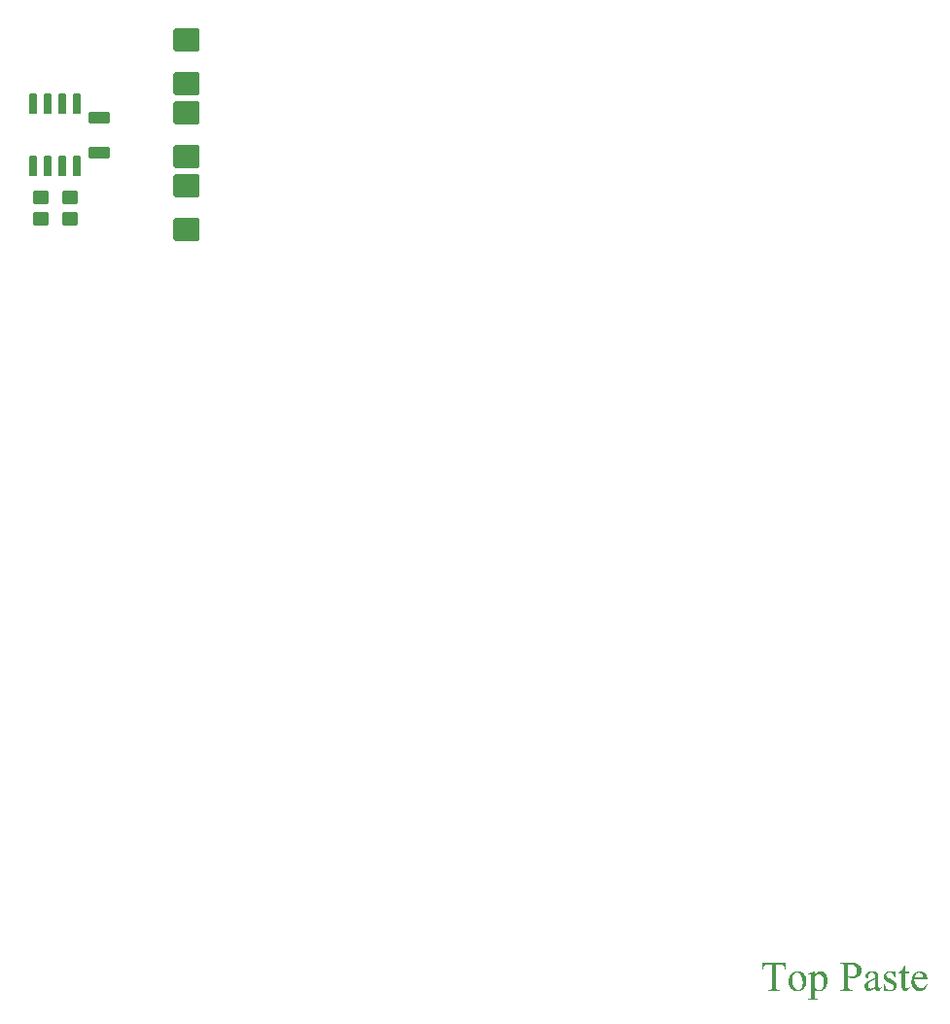
<source format=gbr>
%TF.GenerationSoftware,Altium Limited,Altium Designer,21.3.0 (21)*%
G04 Layer_Color=8421504*
%FSLAX45Y45*%
%MOMM*%
%TF.SameCoordinates,798F48EE-B9F3-42F3-8741-5E889E50E555*%
%TF.FilePolarity,Positive*%
%TF.FileFunction,Paste,Top*%
%TF.Part,Single*%
G01*
G75*
%TA.AperFunction,SMDPad,CuDef*%
G04:AMPARAMS|DCode=10|XSize=0.6mm|YSize=1.778mm|CornerRadius=0.06mm|HoleSize=0mm|Usage=FLASHONLY|Rotation=180.000|XOffset=0mm|YOffset=0mm|HoleType=Round|Shape=RoundedRectangle|*
%AMROUNDEDRECTD10*
21,1,0.60000,1.65800,0,0,180.0*
21,1,0.48000,1.77800,0,0,180.0*
1,1,0.12000,-0.24000,0.82900*
1,1,0.12000,0.24000,0.82900*
1,1,0.12000,0.24000,-0.82900*
1,1,0.12000,-0.24000,-0.82900*
%
%ADD10ROUNDEDRECTD10*%
G04:AMPARAMS|DCode=11|XSize=2.286mm|YSize=2.032mm|CornerRadius=0.2032mm|HoleSize=0mm|Usage=FLASHONLY|Rotation=0.000|XOffset=0mm|YOffset=0mm|HoleType=Round|Shape=RoundedRectangle|*
%AMROUNDEDRECTD11*
21,1,2.28600,1.62560,0,0,0.0*
21,1,1.87960,2.03200,0,0,0.0*
1,1,0.40640,0.93980,-0.81280*
1,1,0.40640,-0.93980,-0.81280*
1,1,0.40640,-0.93980,0.81280*
1,1,0.40640,0.93980,0.81280*
%
%ADD11ROUNDEDRECTD11*%
G04:AMPARAMS|DCode=12|XSize=1.8mm|YSize=1.1mm|CornerRadius=0.11mm|HoleSize=0mm|Usage=FLASHONLY|Rotation=0.000|XOffset=0mm|YOffset=0mm|HoleType=Round|Shape=RoundedRectangle|*
%AMROUNDEDRECTD12*
21,1,1.80000,0.88000,0,0,0.0*
21,1,1.58000,1.10000,0,0,0.0*
1,1,0.22000,0.79000,-0.44000*
1,1,0.22000,-0.79000,-0.44000*
1,1,0.22000,-0.79000,0.44000*
1,1,0.22000,0.79000,0.44000*
%
%ADD12ROUNDEDRECTD12*%
G04:AMPARAMS|DCode=13|XSize=1.4mm|YSize=1.2mm|CornerRadius=0.12mm|HoleSize=0mm|Usage=FLASHONLY|Rotation=0.000|XOffset=0mm|YOffset=0mm|HoleType=Round|Shape=RoundedRectangle|*
%AMROUNDEDRECTD13*
21,1,1.40000,0.96000,0,0,0.0*
21,1,1.16000,1.20000,0,0,0.0*
1,1,0.24000,0.58000,-0.48000*
1,1,0.24000,-0.58000,-0.48000*
1,1,0.24000,-0.58000,0.48000*
1,1,0.24000,0.58000,0.48000*
%
%ADD13ROUNDEDRECTD13*%
G36*
X30175827Y12549606D02*
X30168716D01*
Y12549945D01*
Y12550283D01*
X30168378Y12551976D01*
X30168039Y12554685D01*
X30167361Y12558071D01*
X30166006Y12565181D01*
X30164993Y12568567D01*
X30163638Y12571275D01*
X30163300Y12571614D01*
X30162622Y12572968D01*
X30161267Y12574661D01*
X30159573Y12577031D01*
X30157544Y12579401D01*
X30154834Y12582110D01*
X30152127Y12584480D01*
X30148740Y12586512D01*
X30148401Y12586850D01*
X30147046Y12587189D01*
X30145016Y12588204D01*
X30142307Y12589220D01*
X30138922Y12589897D01*
X30134518Y12590913D01*
X30129779Y12591252D01*
X30124362Y12591590D01*
X30090503D01*
Y12405709D01*
Y12405370D01*
Y12404693D01*
Y12403677D01*
Y12401984D01*
X30090842Y12398260D01*
X30091180Y12393858D01*
X30091519Y12389118D01*
X30092535Y12384717D01*
X30093552Y12380654D01*
X30094568Y12379299D01*
X30095245Y12377945D01*
X30095581Y12377606D01*
X30096597Y12376929D01*
X30098291Y12375575D01*
X30100323Y12374221D01*
X30103369Y12372866D01*
X30107095Y12371512D01*
X30111157Y12370835D01*
X30116235Y12370496D01*
X30124701D01*
Y12363725D01*
X30021094D01*
Y12370496D01*
X30032269D01*
X30034976Y12370835D01*
X30038361Y12371512D01*
X30041748Y12372866D01*
X30045471Y12374221D01*
X30048859Y12376591D01*
X30051904Y12379638D01*
X30052243Y12379977D01*
X30052582Y12380992D01*
X30053259Y12382685D01*
X30053937Y12385055D01*
X30054614Y12388441D01*
X30055292Y12393181D01*
X30055969Y12398599D01*
Y12401984D01*
Y12405709D01*
Y12591590D01*
X30020755D01*
X30017032Y12591252D01*
X30009244Y12590575D01*
X30005521Y12589897D01*
X30002472Y12588882D01*
X30002133D01*
X30000778Y12588204D01*
X29999088Y12587189D01*
X29997055Y12585834D01*
X29994345Y12584141D01*
X29991638Y12581771D01*
X29988928Y12579063D01*
X29986221Y12575677D01*
X29985883Y12575338D01*
X29985205Y12573984D01*
X29984189Y12571953D01*
X29982834Y12568905D01*
X29981479Y12565181D01*
X29980466Y12560779D01*
X29979449Y12555362D01*
X29978772Y12549606D01*
X29972000D01*
X29974371Y12606826D01*
X30173456D01*
X30175827Y12549606D01*
D02*
G37*
G36*
X31128595Y12476811D02*
X31122839D01*
Y12477150D01*
X31122501Y12477827D01*
X31122162Y12479181D01*
X31121487Y12481213D01*
X31120810Y12483244D01*
X31120132Y12485614D01*
X31118100Y12491031D01*
X31115390Y12497126D01*
X31112344Y12502882D01*
X31108621Y12507961D01*
X31106927Y12510331D01*
X31104895Y12512362D01*
X31104556Y12512701D01*
X31102863Y12514055D01*
X31100833Y12515409D01*
X31097446Y12517441D01*
X31093723Y12519134D01*
X31088983Y12520827D01*
X31083902Y12521842D01*
X31077808Y12522181D01*
X31075778D01*
X31073407Y12521842D01*
X31070361Y12521504D01*
X31066974Y12520488D01*
X31063589Y12519472D01*
X31060202Y12517779D01*
X31057156Y12515409D01*
X31056818Y12515071D01*
X31056140Y12514394D01*
X31054785Y12512701D01*
X31053430Y12511008D01*
X31052078Y12508976D01*
X31050723Y12506268D01*
X31050046Y12503559D01*
X31049707Y12500512D01*
Y12500173D01*
Y12498819D01*
X31050046Y12497126D01*
X31050385Y12494756D01*
X31051062Y12492047D01*
X31052078Y12489338D01*
X31053430Y12486291D01*
X31055463Y12483583D01*
X31055801Y12483244D01*
X31056479Y12482228D01*
X31058170Y12480874D01*
X31060202Y12478842D01*
X31063251Y12476472D01*
X31067313Y12473764D01*
X31072391Y12470716D01*
X31078146Y12467669D01*
X31104218Y12455142D01*
X31104556Y12454803D01*
X31105911Y12454465D01*
X31107605Y12453449D01*
X31109973Y12451756D01*
X31112683Y12450063D01*
X31115729Y12448031D01*
X31119116Y12445323D01*
X31122501Y12442614D01*
X31129272Y12435843D01*
X31132321Y12432118D01*
X31135028Y12427717D01*
X31137399Y12423315D01*
X31139093Y12418575D01*
X31140445Y12413835D01*
X31140784Y12408417D01*
Y12408079D01*
Y12407402D01*
Y12406386D01*
X31140445Y12404693D01*
X31140109Y12402662D01*
X31139771Y12400630D01*
X31138754Y12395551D01*
X31136722Y12389795D01*
X31133676Y12383701D01*
X31131644Y12380654D01*
X31129272Y12377606D01*
X31126566Y12374898D01*
X31123517Y12372189D01*
X31123178D01*
X31122839Y12371512D01*
X31121823Y12370835D01*
X31120471Y12370158D01*
X31117084Y12367788D01*
X31112344Y12365417D01*
X31106927Y12363047D01*
X31100494Y12360677D01*
X31093384Y12359323D01*
X31085596Y12358646D01*
X31082889D01*
X31079840Y12358984D01*
X31075778Y12359323D01*
X31070700Y12360000D01*
X31064603Y12360677D01*
X31058170Y12362032D01*
X31051062Y12363725D01*
X31050723D01*
X31050046Y12364063D01*
X31049030Y12364402D01*
X31047675Y12364740D01*
X31044629Y12365079D01*
X31041580Y12365417D01*
X31040903D01*
X31039209Y12364740D01*
X31037180Y12363725D01*
X31036163Y12362370D01*
X31035147Y12361016D01*
X31029391D01*
Y12419591D01*
X31035147D01*
Y12419252D01*
X31035486Y12418575D01*
X31035825Y12417221D01*
X31036163Y12415528D01*
X31036841Y12413496D01*
X31037518Y12411126D01*
X31039209Y12405370D01*
X31041919Y12399276D01*
X31045306Y12393181D01*
X31049368Y12387087D01*
X31054108Y12381669D01*
X31054785Y12380992D01*
X31056479Y12379638D01*
X31059525Y12377606D01*
X31063589Y12375575D01*
X31068329Y12373205D01*
X31073746Y12371173D01*
X31079840Y12369819D01*
X31086273Y12369142D01*
X31088306D01*
X31090674Y12369480D01*
X31093384Y12370158D01*
X31096432Y12370835D01*
X31099817Y12372189D01*
X31103201Y12373882D01*
X31106250Y12376252D01*
X31106589Y12376591D01*
X31107605Y12377606D01*
X31108957Y12378961D01*
X31110312Y12380992D01*
X31111667Y12383701D01*
X31113022Y12386748D01*
X31114038Y12390134D01*
X31114377Y12393858D01*
Y12394536D01*
Y12395890D01*
X31114038Y12398260D01*
X31113361Y12400969D01*
X31112344Y12404354D01*
X31110651Y12407740D01*
X31108621Y12411126D01*
X31105573Y12414512D01*
X31105234Y12414850D01*
X31103879Y12416205D01*
X31101511Y12417898D01*
X31097784Y12420268D01*
X31093045Y12423315D01*
X31090335Y12425346D01*
X31087289Y12427039D01*
X31083566Y12429071D01*
X31079840Y12431102D01*
X31075439Y12433472D01*
X31070700Y12435843D01*
X31070361D01*
X31069684Y12436520D01*
X31068329Y12437197D01*
X31066635Y12437874D01*
X31064267Y12439228D01*
X31061896Y12440583D01*
X31056818Y12443630D01*
X31051062Y12447354D01*
X31045306Y12451079D01*
X31040225Y12455142D01*
X31038196Y12457173D01*
X31036502Y12459205D01*
X31036163Y12459543D01*
X31035147Y12460898D01*
X31034131Y12463268D01*
X31032776Y12466315D01*
X31031085Y12470039D01*
X31030069Y12474441D01*
X31029053Y12479520D01*
X31028714Y12484937D01*
Y12485276D01*
Y12485953D01*
Y12486968D01*
X31029053Y12488323D01*
X31029391Y12492047D01*
X31030408Y12496787D01*
X31032101Y12502205D01*
X31034470Y12507961D01*
X31037857Y12513378D01*
X31042596Y12518795D01*
X31043274Y12519472D01*
X31044965Y12520827D01*
X31048013Y12523197D01*
X31052414Y12525905D01*
X31057495Y12528275D01*
X31063589Y12530645D01*
X31070700Y12532000D01*
X31078485Y12532677D01*
X31080179D01*
X31082211Y12532338D01*
X31085257Y12532000D01*
X31088644Y12531661D01*
X31092706Y12530984D01*
X31097107Y12529630D01*
X31102188Y12528275D01*
X31102524D01*
X31103540Y12527937D01*
X31105234Y12527598D01*
X31107266Y12527260D01*
X31111328Y12526244D01*
X31113022Y12525905D01*
X31116068D01*
X31117422Y12526244D01*
X31118777Y12526921D01*
X31119116Y12527260D01*
X31119794Y12528275D01*
X31121146Y12529968D01*
X31122839Y12532677D01*
X31128595D01*
Y12476811D01*
D02*
G37*
G36*
X30481903Y12532338D02*
X30483936Y12532000D01*
X30486646Y12531661D01*
X30492401Y12530307D01*
X30498834Y12527937D01*
X30502219Y12526244D01*
X30505606Y12524551D01*
X30509329Y12522181D01*
X30512714Y12519472D01*
X30516101Y12516425D01*
X30519150Y12513039D01*
X30519489Y12512701D01*
X30520163Y12512023D01*
X30521179Y12510669D01*
X30522195Y12508638D01*
X30523889Y12506268D01*
X30525583Y12503559D01*
X30527274Y12500173D01*
X30529306Y12496449D01*
X30531339Y12492386D01*
X30533029Y12487646D01*
X30534723Y12482567D01*
X30536417Y12477150D01*
X30537433Y12471055D01*
X30538449Y12464961D01*
X30539124Y12458528D01*
X30539462Y12451417D01*
Y12451079D01*
Y12449724D01*
Y12447354D01*
X30539124Y12444307D01*
X30538785Y12440921D01*
X30538110Y12436520D01*
X30537433Y12431780D01*
X30536417Y12426701D01*
X30535062Y12421284D01*
X30533368Y12415866D01*
X30531339Y12409772D01*
X30528967Y12404016D01*
X30526260Y12398260D01*
X30522873Y12392165D01*
X30519150Y12386748D01*
X30514746Y12381331D01*
X30514407Y12380992D01*
X30513730Y12380315D01*
X30512714Y12379299D01*
X30511023Y12377945D01*
X30509329Y12375914D01*
X30506961Y12374221D01*
X30503912Y12372189D01*
X30500864Y12370158D01*
X30497479Y12367788D01*
X30493756Y12365756D01*
X30484952Y12362370D01*
X30480212Y12360677D01*
X30475134Y12359662D01*
X30470053Y12358984D01*
X30464297Y12358646D01*
X30461929D01*
X30459558Y12358984D01*
X30456512Y12359323D01*
X30452786Y12359662D01*
X30449063Y12360339D01*
X30444998Y12361355D01*
X30441275Y12362709D01*
X30440936D01*
X30439920Y12363386D01*
X30438565Y12364063D01*
X30436536Y12365079D01*
X30434164Y12366433D01*
X30431458Y12368126D01*
X30428748Y12370496D01*
X30425360Y12373205D01*
Y12323095D01*
Y12322756D01*
Y12322418D01*
Y12320386D01*
Y12317677D01*
X30425699Y12314292D01*
Y12310567D01*
X30426376Y12307181D01*
X30426715Y12304134D01*
X30427393Y12301764D01*
Y12301425D01*
X30427731Y12301087D01*
X30429086Y12299055D01*
X30431116Y12296685D01*
X30434503Y12294315D01*
X30434842D01*
X30435519Y12293977D01*
X30436874Y12293638D01*
X30438904Y12292961D01*
X30441275Y12292622D01*
X30444659Y12291945D01*
X30448386Y12291607D01*
X30453125D01*
Y12285174D01*
X30367126D01*
Y12291607D01*
X30373221D01*
X30374911Y12291945D01*
X30377283Y12292284D01*
X30382700Y12293300D01*
X30385410Y12294315D01*
X30388116Y12295670D01*
X30388794Y12296008D01*
X30390149Y12297024D01*
X30391843Y12299055D01*
X30393536Y12301764D01*
Y12302103D01*
X30393872Y12302780D01*
X30394211Y12304134D01*
X30394550Y12306166D01*
X30394888Y12309213D01*
X30395227Y12312937D01*
X30395566Y12318016D01*
Y12324110D01*
Y12479858D01*
Y12480197D01*
Y12480535D01*
Y12482567D01*
Y12485276D01*
X30395227Y12488323D01*
Y12491709D01*
X30394888Y12495094D01*
X30394550Y12497803D01*
X30393872Y12499835D01*
Y12500173D01*
X30393536Y12500512D01*
X30392856Y12502205D01*
X30391165Y12504575D01*
X30389133Y12506268D01*
X30388455Y12506606D01*
X30387103Y12507622D01*
X30384393Y12508299D01*
X30380667Y12508638D01*
X30378976D01*
X30377960Y12508299D01*
X30374234Y12507622D01*
X30369833Y12506268D01*
X30367801Y12512023D01*
X30418250Y12532000D01*
X30425360D01*
Y12494079D01*
X30426038Y12494756D01*
X30426715Y12495772D01*
X30427393Y12497126D01*
X30430099Y12500850D01*
X30433148Y12505590D01*
X30437213Y12510331D01*
X30441275Y12515409D01*
X30446014Y12520149D01*
X30450754Y12523874D01*
X30451431Y12524212D01*
X30453125Y12525228D01*
X30455496Y12526583D01*
X30458881Y12528275D01*
X30462943Y12529968D01*
X30467685Y12531323D01*
X30472763Y12532338D01*
X30477841Y12532677D01*
X30480212D01*
X30481903Y12532338D01*
D02*
G37*
G36*
X30747015Y12606488D02*
X30750061D01*
X30753787Y12606149D01*
X30757510D01*
X30765637Y12605134D01*
X30774100Y12604118D01*
X30782565Y12602425D01*
X30790015Y12600055D01*
X30790353D01*
X30791031Y12599716D01*
X30791708Y12599378D01*
X30793060Y12598700D01*
X30796786Y12597008D01*
X30801187Y12594637D01*
X30806265Y12591590D01*
X30811346Y12587527D01*
X30816763Y12582787D01*
X30821841Y12577370D01*
Y12577031D01*
X30822519Y12576693D01*
X30823196Y12575677D01*
X30823871Y12574661D01*
X30825903Y12571275D01*
X30828613Y12566535D01*
X30830984Y12561118D01*
X30833014Y12554685D01*
X30834369Y12547575D01*
X30835046Y12539449D01*
Y12539110D01*
Y12538094D01*
Y12536740D01*
X30834708Y12534370D01*
X30834369Y12532000D01*
X30834030Y12528953D01*
X30832675Y12522181D01*
X30830304Y12514394D01*
X30828613Y12510669D01*
X30826920Y12506606D01*
X30824548Y12502543D01*
X30821841Y12498480D01*
X30818793Y12494756D01*
X30815408Y12491031D01*
X30815070Y12490693D01*
X30814392Y12490354D01*
X30813376Y12489338D01*
X30811682Y12488323D01*
X30809653Y12486968D01*
X30807281Y12485276D01*
X30804572Y12483583D01*
X30801187Y12481890D01*
X30797464Y12480197D01*
X30793399Y12478504D01*
X30788660Y12477150D01*
X30783582Y12475457D01*
X30778503Y12474441D01*
X30772745Y12473425D01*
X30766312Y12473087D01*
X30759879Y12472748D01*
X30754123D01*
X30751416Y12473087D01*
X30748029D01*
X30740921Y12473764D01*
X30740582D01*
X30739227Y12474102D01*
X30737195Y12474441D01*
X30734488Y12474779D01*
X30731100Y12475118D01*
X30727377Y12475795D01*
X30719250Y12477488D01*
Y12406724D01*
Y12406386D01*
Y12405709D01*
Y12404693D01*
Y12403000D01*
X30719589Y12399276D01*
X30719928Y12394536D01*
X30720267Y12389795D01*
X30721283Y12385055D01*
X30722299Y12380992D01*
X30723312Y12379638D01*
X30723990Y12378284D01*
X30724329Y12377945D01*
X30725345Y12376929D01*
X30727039Y12375914D01*
X30729068Y12374559D01*
X30732117Y12372866D01*
X30735501Y12371851D01*
X30739905Y12370835D01*
X30744644Y12370496D01*
X30754123D01*
Y12363725D01*
X30649841D01*
Y12370496D01*
X30661353D01*
X30664062Y12371173D01*
X30667447Y12371851D01*
X30671173Y12372866D01*
X30674557Y12374559D01*
X30677942Y12376929D01*
X30680991Y12380315D01*
X30681329Y12380654D01*
X30681668Y12381669D01*
X30682346Y12383024D01*
X30683023Y12385732D01*
X30683698Y12389118D01*
X30684039Y12393858D01*
X30684714Y12399614D01*
Y12403000D01*
Y12406724D01*
Y12563827D01*
Y12564165D01*
Y12564842D01*
Y12565858D01*
Y12567551D01*
X30684378Y12571275D01*
X30684039Y12576015D01*
X30683362Y12580756D01*
X30682684Y12585157D01*
X30681329Y12589220D01*
X30680652Y12590575D01*
X30679636Y12591929D01*
X30679297Y12592267D01*
X30678281Y12593283D01*
X30676590Y12594637D01*
X30674557Y12595992D01*
X30671509Y12597346D01*
X30667786Y12598700D01*
X30663724Y12599716D01*
X30658984Y12600055D01*
X30649841D01*
Y12606826D01*
X30744305D01*
X30747015Y12606488D01*
D02*
G37*
G36*
X31212903Y12527937D02*
X31251163D01*
Y12515748D01*
X31212903Y12515409D01*
Y12408756D01*
Y12408417D01*
Y12408079D01*
Y12406047D01*
X31213242Y12403339D01*
X31213580Y12399953D01*
X31213919Y12396228D01*
X31214935Y12392843D01*
X31215948Y12389457D01*
X31217307Y12387087D01*
X31217642Y12386748D01*
X31217981Y12386410D01*
X31218997Y12385394D01*
X31220352Y12384378D01*
X31224075Y12382685D01*
X31226447Y12382008D01*
X31228815Y12381669D01*
X31229831D01*
X31231186Y12382008D01*
X31232541D01*
X31236264Y12383024D01*
X31240329Y12385055D01*
X31240668Y12385394D01*
X31241345Y12385732D01*
X31242361Y12386748D01*
X31243713Y12387764D01*
X31245068Y12389457D01*
X31246423Y12391488D01*
X31247778Y12393520D01*
X31249130Y12396228D01*
X31256241D01*
Y12395890D01*
X31255902Y12395551D01*
X31255225Y12393520D01*
X31253534Y12390134D01*
X31251501Y12386410D01*
X31249130Y12382008D01*
X31246085Y12377606D01*
X31242361Y12373543D01*
X31238297Y12369819D01*
X31237958Y12369480D01*
X31236264Y12368465D01*
X31233896Y12367110D01*
X31231186Y12365417D01*
X31227463Y12363725D01*
X31223398Y12362370D01*
X31218997Y12361355D01*
X31214597Y12361016D01*
X31213242D01*
X31211548Y12361355D01*
X31209518Y12361693D01*
X31207147Y12362032D01*
X31204437Y12363047D01*
X31201392Y12364063D01*
X31198343Y12365417D01*
X31198004Y12365756D01*
X31196991Y12366433D01*
X31195636Y12367449D01*
X31193942Y12368803D01*
X31192249Y12370835D01*
X31190219Y12372866D01*
X31188525Y12375575D01*
X31186832Y12378622D01*
Y12378961D01*
X31186154Y12380315D01*
X31185815Y12382347D01*
X31185138Y12385055D01*
X31184464Y12388780D01*
X31183786Y12393181D01*
X31183447Y12398599D01*
X31183109Y12405032D01*
Y12515748D01*
X31157037D01*
Y12521165D01*
X31157376Y12521504D01*
X31158731Y12521842D01*
X31160760Y12522858D01*
X31163132Y12524212D01*
X31166180Y12526244D01*
X31169565Y12528614D01*
X31173288Y12531323D01*
X31177014Y12534370D01*
X31177353Y12534708D01*
X31178705Y12536063D01*
X31180737Y12538094D01*
X31183447Y12540803D01*
X31186154Y12543850D01*
X31189203Y12547913D01*
X31192587Y12551976D01*
X31195636Y12556716D01*
X31195975Y12557055D01*
X31196313Y12558071D01*
X31197327Y12559764D01*
X31198682Y12562472D01*
X31200375Y12565858D01*
X31202408Y12570260D01*
X31204776Y12575338D01*
X31207486Y12581771D01*
X31212903D01*
Y12527937D01*
D02*
G37*
G36*
X30932220Y12532338D02*
X30934589D01*
X30939667Y12531661D01*
X30945084Y12530984D01*
X30951178Y12529630D01*
X30957275Y12527598D01*
X30962692Y12525228D01*
X30963031Y12524890D01*
X30964383Y12524212D01*
X30966415Y12522858D01*
X30968448Y12520827D01*
X30971155Y12518457D01*
X30973865Y12515409D01*
X30976233Y12512023D01*
X30978265Y12507961D01*
Y12507622D01*
X30978943Y12506268D01*
X30979282Y12504236D01*
X30979959Y12501189D01*
X30980637Y12496787D01*
X30980975Y12491370D01*
X30981314Y12488323D01*
X30981653Y12484598D01*
Y12480874D01*
Y12476472D01*
Y12420606D01*
Y12420268D01*
Y12419591D01*
Y12418575D01*
Y12416882D01*
Y12412819D01*
Y12408417D01*
X30981989Y12403339D01*
Y12398599D01*
Y12394536D01*
X30982330Y12393181D01*
Y12391827D01*
Y12391488D01*
X30982666Y12391150D01*
X30983005Y12389118D01*
X30984021Y12386748D01*
X30985376Y12385055D01*
X30985715Y12384717D01*
X30986731Y12384378D01*
X30988086Y12383701D01*
X30990115Y12383362D01*
X30991809D01*
X30993503Y12383701D01*
X30995193Y12384378D01*
X30995532D01*
X30995871Y12385055D01*
X30996887Y12385732D01*
X30998581Y12387087D01*
X31000275Y12388780D01*
X31002982Y12390811D01*
X31006030Y12393858D01*
X31009753Y12397583D01*
Y12387425D01*
X31009415Y12387087D01*
X31008737Y12386410D01*
X31007721Y12385055D01*
X31006369Y12383362D01*
X31004337Y12381331D01*
X31002304Y12378961D01*
X30997226Y12374221D01*
X30991470Y12369142D01*
X30985037Y12364740D01*
X30981653Y12363047D01*
X30978265Y12361693D01*
X30974881Y12361016D01*
X30971494Y12360677D01*
X30970139D01*
X30968448Y12361016D01*
X30966415Y12361355D01*
X30964044Y12362032D01*
X30961676Y12363047D01*
X30959305Y12364402D01*
X30957275Y12366433D01*
X30956934Y12366772D01*
X30956595Y12367788D01*
X30955582Y12369142D01*
X30954904Y12371173D01*
X30953888Y12374221D01*
X30952872Y12377606D01*
X30952533Y12382008D01*
X30952194Y12387087D01*
X30951855Y12386748D01*
X30951178Y12386410D01*
X30949826Y12385394D01*
X30948132Y12384039D01*
X30943729Y12380992D01*
X30938651Y12376929D01*
X30933234Y12373205D01*
X30928156Y12369480D01*
X30923755Y12366433D01*
X30921722Y12365417D01*
X30920367Y12364740D01*
X30920029Y12364402D01*
X30918674Y12364063D01*
X30916644Y12363386D01*
X30914273Y12362709D01*
X30910889Y12361693D01*
X30907501Y12361016D01*
X30903778Y12360677D01*
X30899716Y12360339D01*
X30899039D01*
X30897006Y12360677D01*
X30893619Y12361016D01*
X30889896Y12361693D01*
X30885495Y12363047D01*
X30880753Y12365079D01*
X30876013Y12368126D01*
X30871613Y12371851D01*
X30871274Y12372528D01*
X30869919Y12373882D01*
X30868228Y12376591D01*
X30866196Y12379977D01*
X30864163Y12384378D01*
X30862469Y12389457D01*
X30861115Y12395551D01*
X30860779Y12402323D01*
Y12403000D01*
Y12404354D01*
X30861115Y12406724D01*
X30861456Y12409433D01*
X30862131Y12412819D01*
X30862808Y12416205D01*
X30864163Y12419929D01*
X30865857Y12423315D01*
X30866196Y12423992D01*
X30867212Y12425346D01*
X30869241Y12427717D01*
X30871951Y12430764D01*
X30875336Y12434150D01*
X30879739Y12437874D01*
X30885156Y12441937D01*
X30891589Y12446000D01*
X30891928D01*
X30892603Y12446339D01*
X30893619Y12447016D01*
X30894974Y12448031D01*
X30897006Y12449047D01*
X30899716Y12450402D01*
X30902423Y12451756D01*
X30906149Y12453449D01*
X30909872Y12455142D01*
X30914273Y12457173D01*
X30919351Y12459543D01*
X30924771Y12461575D01*
X30930865Y12464283D01*
X30937296Y12466654D01*
X30944409Y12469701D01*
X30952194Y12472409D01*
Y12478842D01*
Y12479181D01*
Y12479858D01*
Y12481213D01*
Y12482905D01*
X30951855Y12484937D01*
Y12486968D01*
X30951178Y12492047D01*
X30950162Y12497803D01*
X30948810Y12503220D01*
X30947116Y12508299D01*
X30945761Y12510331D01*
X30944409Y12512362D01*
X30944070Y12512701D01*
X30943054Y12513716D01*
X30941022Y12515409D01*
X30938651Y12517102D01*
X30935605Y12518795D01*
X30931540Y12520488D01*
X30927139Y12521504D01*
X30921722Y12521842D01*
X30920029D01*
X30917999Y12521504D01*
X30915289Y12521165D01*
X30912582Y12520149D01*
X30909534Y12519134D01*
X30906485Y12517441D01*
X30903778Y12515409D01*
X30903439Y12515071D01*
X30902762Y12514394D01*
X30901746Y12513039D01*
X30900391Y12511346D01*
X30899039Y12509315D01*
X30898022Y12506945D01*
X30897345Y12504236D01*
X30897006Y12501527D01*
X30897684Y12491031D01*
Y12490693D01*
Y12489677D01*
X30897345Y12488323D01*
X30897006Y12486291D01*
X30895990Y12482228D01*
X30894635Y12480197D01*
X30893283Y12478504D01*
X30892944Y12478165D01*
X30892603Y12477827D01*
X30891589Y12477150D01*
X30890234Y12476472D01*
X30886850Y12474779D01*
X30884479Y12474441D01*
X30882108Y12474102D01*
X30881094D01*
X30879739Y12474441D01*
X30878384Y12474779D01*
X30874997Y12476134D01*
X30872968Y12477150D01*
X30871274Y12478504D01*
Y12478842D01*
X30870596Y12479520D01*
X30869919Y12480535D01*
X30869241Y12481890D01*
X30868564Y12483583D01*
X30867889Y12485953D01*
X30867548Y12488661D01*
X30867212Y12491370D01*
Y12491709D01*
Y12492047D01*
X30867548Y12494079D01*
X30867889Y12496787D01*
X30869241Y12500512D01*
X30870935Y12504913D01*
X30873645Y12509653D01*
X30877707Y12514732D01*
X30880078Y12517102D01*
X30882785Y12519472D01*
X30883124D01*
X30883463Y12520149D01*
X30884479Y12520827D01*
X30885834Y12521504D01*
X30887186Y12522520D01*
X30889218Y12523535D01*
X30891589Y12524890D01*
X30894296Y12526244D01*
X30900391Y12528614D01*
X30907840Y12530645D01*
X30916644Y12532000D01*
X30926801Y12532677D01*
X30930527D01*
X30932220Y12532338D01*
D02*
G37*
G36*
X31349353D02*
X31351721Y12532000D01*
X31354431Y12531661D01*
X31360864Y12530307D01*
X31367975Y12528275D01*
X31375421Y12524890D01*
X31379147Y12522858D01*
X31382870Y12520488D01*
X31386597Y12517779D01*
X31389981Y12514394D01*
X31390320Y12514055D01*
X31390659Y12513716D01*
X31391675Y12512362D01*
X31392691Y12511008D01*
X31394043Y12509315D01*
X31395737Y12506945D01*
X31397430Y12504575D01*
X31399124Y12501527D01*
X31400476Y12498142D01*
X31402170Y12494417D01*
X31403864Y12490354D01*
X31405219Y12486291D01*
X31407248Y12476472D01*
X31407587Y12471055D01*
X31407925Y12465638D01*
X31294501D01*
Y12465299D01*
Y12463945D01*
Y12462252D01*
X31294839Y12459543D01*
Y12456496D01*
X31295517Y12453110D01*
X31295856Y12449047D01*
X31296533Y12444646D01*
X31298563Y12435504D01*
X31301950Y12426024D01*
X31303983Y12421284D01*
X31306351Y12416882D01*
X31309061Y12412480D01*
X31312109Y12408417D01*
X31312445Y12408079D01*
X31312784Y12407402D01*
X31313800Y12406386D01*
X31315155Y12405370D01*
X31316849Y12403677D01*
X31319217Y12401984D01*
X31323959Y12398260D01*
X31330392Y12394197D01*
X31337500Y12391150D01*
X31341226Y12389795D01*
X31345288Y12388780D01*
X31349689Y12388102D01*
X31354092Y12387764D01*
X31356799D01*
X31359848Y12388102D01*
X31363571Y12388780D01*
X31367975Y12389795D01*
X31372714Y12391488D01*
X31377454Y12393520D01*
X31382193Y12396228D01*
X31382870Y12396567D01*
X31384225Y12397921D01*
X31386597Y12400291D01*
X31389304Y12403339D01*
X31392691Y12407740D01*
X31396075Y12412819D01*
X31399463Y12419252D01*
X31402509Y12427039D01*
X31407925Y12423315D01*
Y12422976D01*
X31407587Y12422299D01*
Y12420945D01*
X31406912Y12419252D01*
X31406573Y12416882D01*
X31405557Y12414512D01*
X31403525Y12408417D01*
X31400815Y12401646D01*
X31397092Y12394197D01*
X31392014Y12386410D01*
X31385919Y12378622D01*
X31385580Y12378284D01*
X31385242Y12377606D01*
X31384225Y12376929D01*
X31382532Y12375575D01*
X31380841Y12373882D01*
X31378809Y12372189D01*
X31376437Y12370496D01*
X31373392Y12368803D01*
X31366959Y12365079D01*
X31359171Y12361693D01*
X31354770Y12360339D01*
X31350366Y12359662D01*
X31345627Y12358984D01*
X31340549Y12358646D01*
X31337839D01*
X31335471Y12358984D01*
X31333099Y12359323D01*
X31330051Y12360000D01*
X31326666Y12360677D01*
X31323282Y12361355D01*
X31315155Y12364063D01*
X31311093Y12366095D01*
X31306689Y12368126D01*
X31302628Y12370835D01*
X31298227Y12373882D01*
X31294162Y12377268D01*
X31290100Y12381331D01*
X31289761Y12381669D01*
X31289084Y12382347D01*
X31288068Y12383701D01*
X31286713Y12385394D01*
X31285361Y12387764D01*
X31283328Y12390811D01*
X31281635Y12393858D01*
X31279605Y12397583D01*
X31277573Y12401984D01*
X31275879Y12406724D01*
X31273849Y12411803D01*
X31272495Y12417221D01*
X31271140Y12422976D01*
X31270123Y12429409D01*
X31269446Y12436181D01*
X31269107Y12443291D01*
Y12443630D01*
Y12444984D01*
Y12447354D01*
X31269446Y12450402D01*
X31269785Y12453787D01*
X31270123Y12457850D01*
X31270801Y12462252D01*
X31271817Y12467331D01*
X31274185Y12477827D01*
X31276218Y12483244D01*
X31278250Y12488661D01*
X31280618Y12494079D01*
X31283328Y12499496D01*
X31286713Y12504236D01*
X31290439Y12508976D01*
X31290778Y12509315D01*
X31291455Y12509992D01*
X31292807Y12511008D01*
X31294501Y12512701D01*
X31296533Y12514394D01*
X31298904Y12516425D01*
X31301950Y12518795D01*
X31305338Y12520827D01*
X31309061Y12523197D01*
X31313123Y12525228D01*
X31317526Y12527260D01*
X31322604Y12528953D01*
X31327682Y12530645D01*
X31333099Y12531661D01*
X31338516Y12532338D01*
X31344611Y12532677D01*
X31347321D01*
X31349353Y12532338D01*
D02*
G37*
G36*
X30280447D02*
X30282819D01*
X30286203Y12531661D01*
X30289590Y12531323D01*
X30293652Y12530307D01*
X30298053Y12529291D01*
X30302795Y12527598D01*
X30307874Y12525905D01*
X30312613Y12523535D01*
X30317691Y12520827D01*
X30322772Y12517441D01*
X30327512Y12513716D01*
X30332251Y12509315D01*
X30336652Y12504236D01*
X30336990Y12503898D01*
X30337329Y12503220D01*
X30338345Y12501866D01*
X30339700Y12499835D01*
X30341055Y12497803D01*
X30342746Y12494756D01*
X30344440Y12491709D01*
X30346472Y12488323D01*
X30348166Y12484260D01*
X30349857Y12479858D01*
X30352905Y12470378D01*
X30354260Y12465299D01*
X30355276Y12459882D01*
X30355612Y12454465D01*
X30355951Y12448709D01*
Y12448370D01*
Y12447693D01*
Y12446677D01*
Y12444984D01*
X30355612Y12442953D01*
X30355276Y12440583D01*
X30354599Y12434827D01*
X30353244Y12428055D01*
X30351550Y12420606D01*
X30348843Y12412480D01*
X30345117Y12404016D01*
Y12403677D01*
X30344778Y12403000D01*
X30344101Y12401984D01*
X30343085Y12400291D01*
X30340717Y12396228D01*
X30337668Y12391150D01*
X30333267Y12385732D01*
X30328528Y12379977D01*
X30322772Y12374559D01*
X30316000Y12369819D01*
X30315662D01*
X30315323Y12369480D01*
X30314307Y12368803D01*
X30312613Y12368126D01*
X30310922Y12367110D01*
X30308890Y12366433D01*
X30303809Y12364402D01*
X30297717Y12362032D01*
X30290607Y12360339D01*
X30283157Y12358984D01*
X30274692Y12358646D01*
X30272998D01*
X30271307Y12358984D01*
X30268597D01*
X30265552Y12359662D01*
X30261826Y12360339D01*
X30257764Y12361016D01*
X30253363Y12362370D01*
X30248959Y12364063D01*
X30244220Y12365756D01*
X30239142Y12368126D01*
X30234402Y12371173D01*
X30229321Y12374559D01*
X30224582Y12378284D01*
X30220181Y12383024D01*
X30215778Y12388102D01*
X30215439Y12388441D01*
X30215103Y12389118D01*
X30214087Y12390473D01*
X30213071Y12392504D01*
X30211716Y12394874D01*
X30210022Y12397583D01*
X30208331Y12400630D01*
X30206638Y12404354D01*
X30204944Y12408417D01*
X30203253Y12412480D01*
X30200204Y12421961D01*
X30198172Y12432795D01*
X30197833Y12438213D01*
X30197495Y12443969D01*
Y12444307D01*
Y12444984D01*
Y12446339D01*
X30197833Y12448031D01*
Y12450063D01*
X30198172Y12452433D01*
X30198849Y12458189D01*
X30200204Y12464961D01*
X30202237Y12472409D01*
X30204944Y12480535D01*
X30208670Y12489000D01*
Y12489338D01*
X30209344Y12490016D01*
X30209686Y12491031D01*
X30210699Y12492724D01*
X30213071Y12496787D01*
X30216455Y12501527D01*
X30220859Y12506945D01*
X30225937Y12512362D01*
X30231693Y12517441D01*
X30238126Y12521842D01*
X30238464D01*
X30238803Y12522181D01*
X30239819Y12522858D01*
X30241174Y12523535D01*
X30244897Y12525228D01*
X30249976Y12527260D01*
X30255731Y12529291D01*
X30262164Y12530984D01*
X30269275Y12532338D01*
X30276724Y12532677D01*
X30278418D01*
X30280447Y12532338D01*
D02*
G37*
%LPC*%
G36*
X30463620Y12506945D02*
X30462268D01*
X30460574Y12506606D01*
X30458203Y12506268D01*
X30455835Y12505929D01*
X30452786Y12505252D01*
X30449738Y12503898D01*
X30446692Y12502543D01*
X30446353D01*
X30445337Y12501866D01*
X30443982Y12500512D01*
X30441614Y12498819D01*
X30438565Y12496449D01*
X30434842Y12493063D01*
X30430441Y12488661D01*
X30425360Y12483244D01*
Y12421622D01*
Y12421284D01*
Y12420606D01*
Y12419591D01*
Y12418575D01*
Y12414850D01*
X30425699Y12410787D01*
Y12406386D01*
X30426038Y12402323D01*
X30426376Y12398599D01*
X30426715Y12395551D01*
Y12395213D01*
X30427393Y12393858D01*
X30428070Y12391827D01*
X30429425Y12389457D01*
X30431116Y12386410D01*
X30433148Y12383362D01*
X30435858Y12380315D01*
X30439243Y12377268D01*
X30439581Y12376929D01*
X30440936Y12375914D01*
X30443307Y12374898D01*
X30446014Y12373543D01*
X30449738Y12371851D01*
X30453802Y12370835D01*
X30458542Y12369819D01*
X30463959Y12369480D01*
X30465652D01*
X30467007Y12369819D01*
X30470392Y12370158D01*
X30474457Y12371173D01*
X30478857Y12372866D01*
X30483936Y12375236D01*
X30488675Y12378622D01*
X30493079Y12383362D01*
X30493417Y12383701D01*
X30493756Y12384378D01*
X30494431Y12385394D01*
X30495447Y12386748D01*
X30496463Y12388780D01*
X30497818Y12390811D01*
X30499173Y12393520D01*
X30500528Y12396567D01*
X30501880Y12400291D01*
X30502896Y12404016D01*
X30504251Y12408079D01*
X30505267Y12412819D01*
X30506281Y12417898D01*
X30506961Y12422976D01*
X30507635Y12428732D01*
Y12434827D01*
Y12435165D01*
Y12436520D01*
Y12438551D01*
X30507297Y12440921D01*
Y12444307D01*
X30506622Y12447693D01*
X30506281Y12451756D01*
X30505606Y12456157D01*
X30503574Y12465638D01*
X30500528Y12475118D01*
X30498834Y12479858D01*
X30496463Y12484260D01*
X30494092Y12488661D01*
X30491046Y12492724D01*
X30490369Y12493401D01*
X30489014Y12495094D01*
X30486646Y12497126D01*
X30483258Y12499835D01*
X30479196Y12502543D01*
X30474792Y12504575D01*
X30469376Y12506268D01*
X30463620Y12506945D01*
D02*
G37*
G36*
X30742612Y12592267D02*
X30740921D01*
X30738889Y12591929D01*
X30736179D01*
X30732794Y12591252D01*
X30729068Y12590575D01*
X30724329Y12589897D01*
X30719250Y12588543D01*
Y12487646D01*
X30719589D01*
X30720944Y12487307D01*
X30722635Y12486968D01*
X30724667Y12486630D01*
X30727377Y12486291D01*
X30730084Y12485953D01*
X30735840Y12484937D01*
X30737195D01*
X30738550Y12484598D01*
X30740244D01*
X30744305Y12484260D01*
X30750061D01*
X30751416Y12484598D01*
X30755139Y12484937D01*
X30759543Y12485953D01*
X30764282Y12487646D01*
X30769699Y12490354D01*
X30775116Y12493740D01*
X30780533Y12498480D01*
Y12498819D01*
X30781210Y12499157D01*
X30782565Y12501189D01*
X30784937Y12504236D01*
X30787305Y12508638D01*
X30789676Y12514055D01*
X30792047Y12520488D01*
X30793399Y12527598D01*
X30794077Y12535724D01*
Y12536063D01*
Y12536401D01*
Y12538433D01*
X30793738Y12541480D01*
X30793399Y12545543D01*
X30792383Y12549945D01*
X30791367Y12555023D01*
X30789676Y12560102D01*
X30787643Y12565181D01*
X30787305Y12565858D01*
X30786627Y12567551D01*
X30784937Y12569921D01*
X30782904Y12572968D01*
X30780194Y12576015D01*
X30777148Y12579401D01*
X30773425Y12582787D01*
X30769360Y12585496D01*
X30768683Y12585834D01*
X30767328Y12586512D01*
X30764960Y12587527D01*
X30761572Y12588882D01*
X30757510Y12590236D01*
X30753110Y12591252D01*
X30748029Y12591929D01*
X30742612Y12592267D01*
D02*
G37*
G36*
X30952194Y12461575D02*
X30951855D01*
X30951178Y12461236D01*
X30949487Y12460559D01*
X30947794Y12459882D01*
X30945761Y12458866D01*
X30943054Y12457850D01*
X30937637Y12455480D01*
X30931540Y12453110D01*
X30925784Y12450402D01*
X30920706Y12448031D01*
X30918674Y12447016D01*
X30916983Y12446000D01*
X30916306Y12445661D01*
X30914612Y12444646D01*
X30912241Y12442953D01*
X30909195Y12440921D01*
X30905807Y12438551D01*
X30902423Y12435843D01*
X30899377Y12432795D01*
X30896667Y12429409D01*
X30896329Y12429071D01*
X30895651Y12428055D01*
X30894974Y12426362D01*
X30893958Y12423992D01*
X30892603Y12421284D01*
X30891928Y12417898D01*
X30891251Y12414512D01*
X30890912Y12410787D01*
Y12410110D01*
Y12408756D01*
X30891251Y12406386D01*
X30891928Y12403339D01*
X30892603Y12399953D01*
X30893958Y12396228D01*
X30895990Y12392843D01*
X30898361Y12389457D01*
X30898700Y12389118D01*
X30899716Y12388102D01*
X30901407Y12386748D01*
X30903439Y12385394D01*
X30906149Y12383701D01*
X30909195Y12382347D01*
X30912582Y12381331D01*
X30916306Y12380992D01*
X30916983D01*
X30918674Y12381331D01*
X30921722Y12382008D01*
X30925784Y12383362D01*
X30930865Y12385394D01*
X30937296Y12388441D01*
X30940683Y12390473D01*
X30944409Y12393181D01*
X30948132Y12395890D01*
X30952194Y12398937D01*
Y12461575D01*
D02*
G37*
G36*
X31334793Y12519811D02*
X31334116D01*
X31332422Y12519472D01*
X31329376Y12519134D01*
X31325989Y12518457D01*
X31321588Y12516764D01*
X31317188Y12514732D01*
X31312445Y12512023D01*
X31308044Y12507961D01*
X31307706Y12507283D01*
X31306012Y12505929D01*
X31304321Y12503220D01*
X31301950Y12499835D01*
X31299579Y12495094D01*
X31297211Y12489677D01*
X31295517Y12483244D01*
X31294501Y12476134D01*
X31370682D01*
Y12476472D01*
Y12476811D01*
X31370343Y12478842D01*
Y12481551D01*
X31369666Y12484598D01*
X31368652Y12492047D01*
X31367636Y12495433D01*
X31366620Y12498142D01*
X31366281Y12498480D01*
X31365942Y12499835D01*
X31364926Y12501527D01*
X31363232Y12503898D01*
X31361542Y12506606D01*
X31359171Y12509315D01*
X31356461Y12511685D01*
X31353415Y12514055D01*
X31353076Y12514394D01*
X31352060Y12515071D01*
X31350031Y12515748D01*
X31347659Y12517102D01*
X31344949Y12518118D01*
X31341904Y12518795D01*
X31338516Y12519472D01*
X31334793Y12519811D01*
D02*
G37*
G36*
X30271307Y12521165D02*
X30269614D01*
X30267581Y12520827D01*
X30265213Y12520488D01*
X30262164Y12519811D01*
X30259119Y12518795D01*
X30255731Y12517441D01*
X30252008Y12515409D01*
X30251669Y12515071D01*
X30250314Y12514394D01*
X30248621Y12512701D01*
X30246591Y12510669D01*
X30243881Y12507961D01*
X30241510Y12504575D01*
X30238803Y12500512D01*
X30236432Y12495433D01*
X30236093Y12494756D01*
X30235416Y12493063D01*
X30234741Y12490016D01*
X30233725Y12485614D01*
X30232370Y12480535D01*
X30231693Y12474441D01*
X30231015Y12467331D01*
X30230676Y12459205D01*
Y12458866D01*
Y12457512D01*
Y12455819D01*
X30231015Y12453110D01*
Y12450063D01*
X30231354Y12446339D01*
X30232031Y12442276D01*
X30232370Y12437874D01*
X30234061Y12428394D01*
X30236771Y12417898D01*
X30240158Y12407402D01*
X30244897Y12397244D01*
X30245236Y12396906D01*
X30245575Y12396228D01*
X30246252Y12394874D01*
X30247607Y12393181D01*
X30250653Y12389118D01*
X30255054Y12384378D01*
X30260471Y12379638D01*
X30266904Y12375575D01*
X30270291Y12373882D01*
X30274014Y12372528D01*
X30278079Y12371851D01*
X30282480Y12371512D01*
X30284174D01*
X30285526Y12371851D01*
X30288574Y12372189D01*
X30292636Y12373205D01*
X30297375Y12374898D01*
X30302118Y12377606D01*
X30306857Y12380992D01*
X30311258Y12385732D01*
Y12386071D01*
X30311597Y12386410D01*
X30312274Y12387425D01*
X30312952Y12388441D01*
X30313968Y12390134D01*
X30314984Y12392165D01*
X30316000Y12394536D01*
X30317014Y12397244D01*
X30318030Y12400291D01*
X30319046Y12404016D01*
X30320062Y12408079D01*
X30321078Y12412480D01*
X30321756Y12417221D01*
X30322433Y12422638D01*
X30322772Y12428394D01*
Y12434827D01*
Y12435504D01*
Y12436858D01*
Y12439228D01*
X30322433Y12442276D01*
X30322095Y12445661D01*
X30321756Y12450063D01*
X30321078Y12454803D01*
X30320401Y12459882D01*
X30318030Y12471055D01*
X30314645Y12482567D01*
X30312613Y12488323D01*
X30310242Y12493740D01*
X30307196Y12499157D01*
X30303809Y12503898D01*
Y12504236D01*
X30303134Y12504575D01*
X30301440Y12506606D01*
X30298734Y12509315D01*
X30295007Y12512701D01*
X30290268Y12515748D01*
X30284851Y12518457D01*
X30278418Y12520488D01*
X30275031Y12520827D01*
X30271307Y12521165D01*
D02*
G37*
%LPD*%
D10*
X24003000Y20084500D02*
D03*
X23875999D02*
D03*
X23749001D02*
D03*
X23622000D02*
D03*
X24003000Y19539500D02*
D03*
X23875999D02*
D03*
X23749001D02*
D03*
X23622000D02*
D03*
D11*
X24955499Y19367500D02*
D03*
Y18986501D02*
D03*
Y20256500D02*
D03*
Y20637500D02*
D03*
Y20002499D02*
D03*
Y19621500D02*
D03*
D12*
X24193500Y19657001D02*
D03*
Y19967000D02*
D03*
D13*
X23939500Y19267000D02*
D03*
Y19087000D02*
D03*
X23685500Y19087000D02*
D03*
Y19267000D02*
D03*
%TF.MD5,30b0cd712aa244ca95d8ce2325dbf36e*%
M02*

</source>
